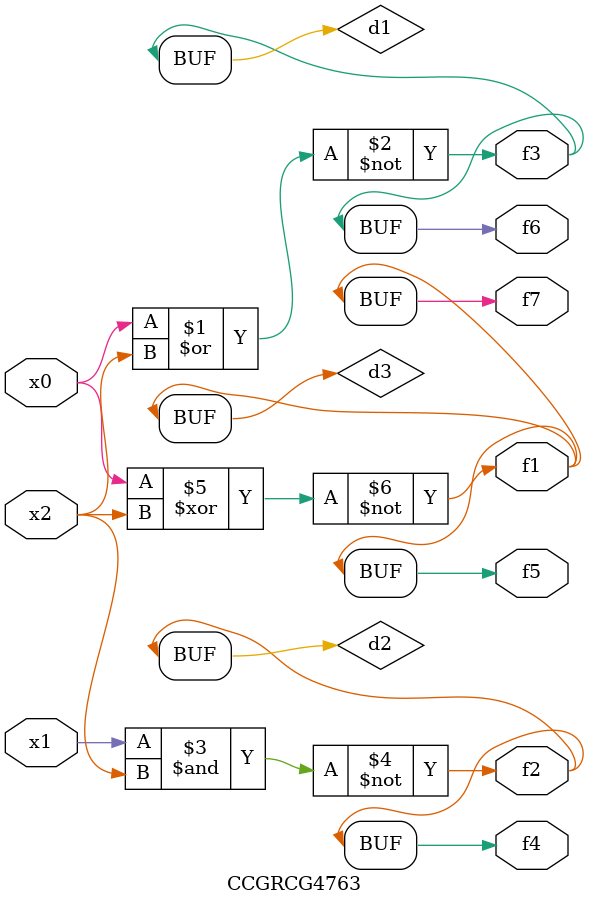
<source format=v>
module CCGRCG4763(
	input x0, x1, x2,
	output f1, f2, f3, f4, f5, f6, f7
);

	wire d1, d2, d3;

	nor (d1, x0, x2);
	nand (d2, x1, x2);
	xnor (d3, x0, x2);
	assign f1 = d3;
	assign f2 = d2;
	assign f3 = d1;
	assign f4 = d2;
	assign f5 = d3;
	assign f6 = d1;
	assign f7 = d3;
endmodule

</source>
